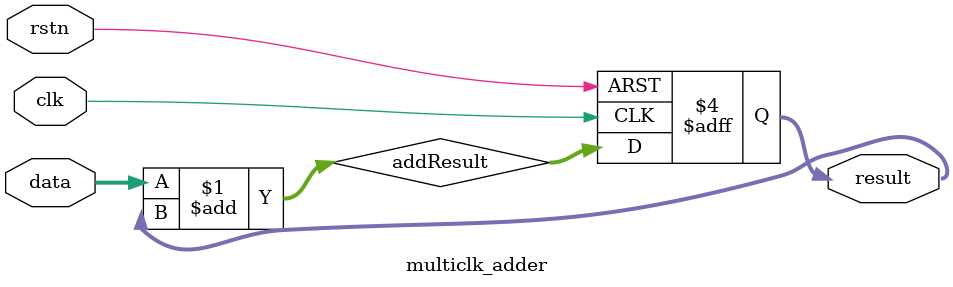
<source format=v>
module multiclk_adder (
    clk,
    rstn,
    data,
    result
);

    parameter DW = 8;                           //图像每个像素点位宽
    parameter FDW = 4;                           //卷积核每个数的位宽
    parameter CH = 3;                           //图像通道数，即卷积核通道数
    parameter H = 6;                            //图像高度
    parameter W = 6;                            //图像宽度
    parameter F = 3;                            //卷积核大小尺寸(F^2)

    input wire clk,rstn;
    input wire [DW+FDW+2*F-1:0]data;
    output reg [0:DW+FDW+2*F+CH]result;

    wire [DW+FDW+2*F+CH:0]addResult;

    assign addResult=data+result;

    always @(posedge clk or negedge rstn) begin
        if (!rstn) begin
            result<=0;
        end else begin
            result<=addResult;
        end
    end

endmodule //Untitled-1
</source>
